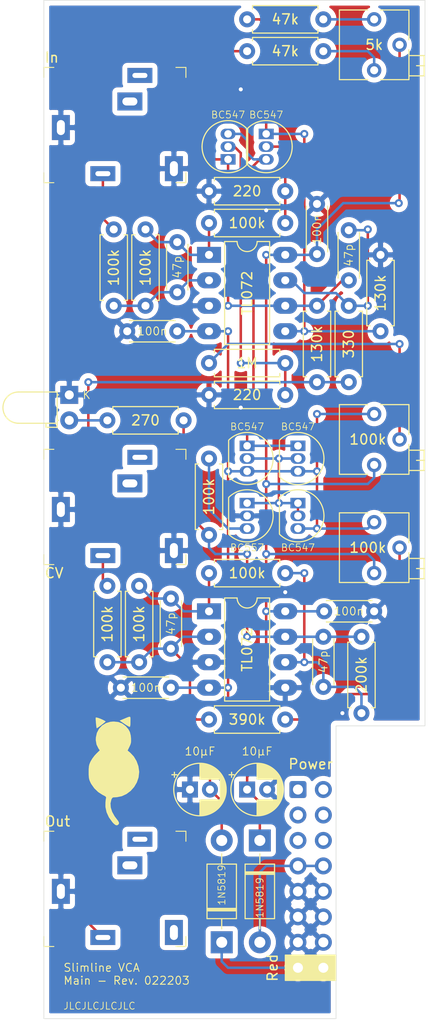
<source format=kicad_pcb>
(kicad_pcb (version 20171130) (host pcbnew "(5.1.10)-1")
  (layers (0 F.Cu signal) (31 B.Cu signal) (34 B.Paste user) (35 F.Paste user) (36 B.SilkS user) (37 F.SilkS user) (38 B.Mask user) (39 F.Mask user) (44 Edge.Cuts user))
  (net 0 "")
  (net 1 "Net-(C1-Pad2)")
  (net 2 "Net-(C1-Pad1)")
  (net 3 "Net-(C2-Pad2)")
  (net 4 "Net-(C2-Pad1)")
  (net 5 "Net-(C3-Pad2)")
  (net 6 "Net-(C3-Pad1)")
  (net 7 "Net-(C4-Pad2)")
  (net 8 "Net-(C4-Pad1)")
  (net 9 GND)
  (net 10 +12V)
  (net 11 -12V)
  (net 12 "Net-(D1-Pad2)")
  (net 13 "Net-(D2-Pad1)")
  (net 14 "Net-(J1-PadT)")
  (net 15 "Net-(J2-PadT)")
  (net 16 "Net-(J3-PadT)")
  (net 17 "Net-(Q1-Pad3)")
  (net 18 "Net-(Q3-Pad2)")
  (net 19 "Net-(R1-Pad2)")
  (net 20 "Net-(R11-Pad1)")
  (net 21 "Net-(R12-Pad1)")
  (net 22 "Net-(R14-Pad1)")
  (net 23 "Net-(D3-Pad2)")
  (net 24 "Net-(Q1-Pad1)")
  (net 25 "Net-(Q3-Pad3)")
  (net 26 "Net-(Q6-Pad2)")
  (net 27 "Net-(Q3-Pad1)")
  (module "CATs_Eurosynth_Specials:CATs Tiny" (layer F.Cu) (at 6.985 76.835)
    (fp_text reference G*** hide)
    (fp_text value LOGO hide)
  )
  (module Resistor_THT:R_Axial_DIN0207_L6.3mm_D2.5mm_P7.62mm_Horizontal (layer F.Cu) (at 16.51 71.755)
    (fp_text reference R1 hide)
    (fp_text value 390k (at 3.81 0) (layer F.SilkS))
    (pad 2 thru_hole oval (at 7.62 0) (size 1.6 1.6) (drill 0.8) (layers *.Cu *.Mask) (net 19 "Net-(R1-Pad2)"))
    (pad 1 thru_hole circle (at 0 0) (size 1.6 1.6) (drill 0.8) (layers *.Cu *.Mask) (net 1 "Net-(C1-Pad2)"))
  )
  (module Resistor_THT:R_Axial_DIN0207_L6.3mm_D2.5mm_P7.62mm_Horizontal (layer F.Cu) (at 27.305 38.1 90)
    (fp_text reference R16 hide)
    (fp_text value 130k (at 3.81 0 90) (layer F.SilkS))
    (pad 2 thru_hole oval (at 7.62 0 90) (size 1.6 1.6) (drill 0.8) (layers *.Cu *.Mask) (net 7 "Net-(C4-Pad2)"))
    (pad 1 thru_hole circle (at 0 0 90) (size 1.6 1.6) (drill 0.8) (layers *.Cu *.Mask) (net 16 "Net-(J3-PadT)"))
  )
  (module Package_DIP:DIP-8_W7.62mm_LongPads (layer F.Cu) (at 16.51 60.96)
    (fp_text reference U2 hide)
    (fp_text value TL072 (at 3.81 3.81 90) (layer F.SilkS))
    (pad 8 thru_hole oval (at 7.62 0) (size 2.4 1.6) (drill 0.8) (layers *.Cu *.Mask) (net 10 +12V))
    (pad 4 thru_hole oval (at 0 7.62) (size 2.4 1.6) (drill 0.8) (layers *.Cu *.Mask) (net 11 -12V))
    (pad 7 thru_hole oval (at 7.62 2.54) (size 2.4 1.6) (drill 0.8) (layers *.Cu *.Mask) (net 4 "Net-(C2-Pad1)"))
    (pad 3 thru_hole oval (at 0 5.08) (size 2.4 1.6) (drill 0.8) (layers *.Cu *.Mask) (net 9 GND))
    (pad 6 thru_hole oval (at 7.62 5.08) (size 2.4 1.6) (drill 0.8) (layers *.Cu *.Mask) (net 3 "Net-(C2-Pad2)"))
    (pad 2 thru_hole oval (at 0 2.54) (size 2.4 1.6) (drill 0.8) (layers *.Cu *.Mask) (net 1 "Net-(C1-Pad2)"))
    (pad 5 thru_hole oval (at 7.62 7.62) (size 2.4 1.6) (drill 0.8) (layers *.Cu *.Mask) (net 9 GND))
    (pad 1 thru_hole rect (at 0 0) (size 2.4 1.6) (drill 0.8) (layers *.Cu *.Mask) (net 2 "Net-(C1-Pad1)"))
  )
  (module Package_DIP:DIP-8_W7.62mm_LongPads (layer F.Cu) (at 16.51 25.4)
    (fp_text reference U1 hide)
    (fp_text value TL072 (at 3.81 3.81 90) (layer F.SilkS))
    (pad 8 thru_hole oval (at 7.62 0) (size 2.4 1.6) (drill 0.8) (layers *.Cu *.Mask) (net 10 +12V))
    (pad 4 thru_hole oval (at 0 7.62) (size 2.4 1.6) (drill 0.8) (layers *.Cu *.Mask) (net 11 -12V))
    (pad 7 thru_hole oval (at 7.62 2.54) (size 2.4 1.6) (drill 0.8) (layers *.Cu *.Mask) (net 8 "Net-(C4-Pad1)"))
    (pad 3 thru_hole oval (at 0 5.08) (size 2.4 1.6) (drill 0.8) (layers *.Cu *.Mask) (net 9 GND))
    (pad 6 thru_hole oval (at 7.62 5.08) (size 2.4 1.6) (drill 0.8) (layers *.Cu *.Mask) (net 7 "Net-(C4-Pad2)"))
    (pad 2 thru_hole oval (at 0 2.54) (size 2.4 1.6) (drill 0.8) (layers *.Cu *.Mask) (net 5 "Net-(C3-Pad2)"))
    (pad 5 thru_hole oval (at 7.62 7.62) (size 2.4 1.6) (drill 0.8) (layers *.Cu *.Mask) (net 27 "Net-(Q3-Pad1)"))
    (pad 1 thru_hole rect (at 0 0) (size 2.4 1.6) (drill 0.8) (layers *.Cu *.Mask) (net 6 "Net-(C3-Pad1)"))
  )
  (module Resistor_THT:R_Axial_DIN0207_L6.3mm_D2.5mm_P7.62mm_Horizontal (layer F.Cu) (at 6.35 41.91)
    (fp_text reference R18 hide)
    (fp_text value 270 (at 3.81 0) (layer F.SilkS))
    (pad 2 thru_hole oval (at 7.62 0) (size 1.6 1.6) (drill 0.8) (layers *.Cu *.Mask) (net 4 "Net-(C2-Pad1)"))
    (pad 1 thru_hole circle (at 0 0) (size 1.6 1.6) (drill 0.8) (layers *.Cu *.Mask) (net 23 "Net-(D3-Pad2)"))
  )
  (module Resistor_THT:R_Axial_DIN0207_L6.3mm_D2.5mm_P7.62mm_Horizontal (layer F.Cu) (at 30.48 38.1 90)
    (fp_text reference R17 hide)
    (fp_text value 330 (at 3.81 0 90) (layer F.SilkS))
    (pad 2 thru_hole oval (at 7.62 0 90) (size 1.6 1.6) (drill 0.8) (layers *.Cu *.Mask) (net 8 "Net-(C4-Pad1)"))
    (pad 1 thru_hole circle (at 0 0 90) (size 1.6 1.6) (drill 0.8) (layers *.Cu *.Mask) (net 16 "Net-(J3-PadT)"))
  )
  (module Resistor_THT:R_Axial_DIN0207_L6.3mm_D2.5mm_P7.62mm_Horizontal (layer F.Cu) (at 33.655 33.02 90)
    (fp_text reference R15 hide)
    (fp_text value 130k (at 3.81 0 90) (layer F.SilkS))
    (pad 2 thru_hole oval (at 7.62 0 90) (size 1.6 1.6) (drill 0.8) (layers *.Cu *.Mask) (net 9 GND))
    (pad 1 thru_hole circle (at 0 0 90) (size 1.6 1.6) (drill 0.8) (layers *.Cu *.Mask) (net 27 "Net-(Q3-Pad1)"))
  )
  (module Resistor_THT:R_Axial_DIN0207_L6.3mm_D2.5mm_P7.62mm_Horizontal (layer F.Cu) (at 16.51 36.195)
    (fp_text reference R14 hide)
    (fp_text value 1M (at 3.81 0) (layer F.SilkS))
    (pad 2 thru_hole oval (at 7.62 0) (size 1.6 1.6) (drill 0.8) (layers *.Cu *.Mask) (net 26 "Net-(Q6-Pad2)"))
    (pad 1 thru_hole circle (at 0 0) (size 1.6 1.6) (drill 0.8) (layers *.Cu *.Mask) (net 22 "Net-(R14-Pad1)"))
  )
  (module Resistor_THT:R_Axial_DIN0207_L6.3mm_D2.5mm_P7.62mm_Horizontal (layer F.Cu) (at 24.13 39.37 180)
    (fp_text reference R13 hide)
    (fp_text value 220 (at 3.81 0) (layer F.SilkS))
    (pad 2 thru_hole oval (at 7.62 0 180) (size 1.6 1.6) (drill 0.8) (layers *.Cu *.Mask) (net 9 GND))
    (pad 1 thru_hole circle (at 0 0 180) (size 1.6 1.6) (drill 0.8) (layers *.Cu *.Mask) (net 26 "Net-(Q6-Pad2)"))
  )
  (module Resistor_THT:R_Axial_DIN0207_L6.3mm_D2.5mm_P7.62mm_Horizontal (layer F.Cu) (at 27.94 5.08 180)
    (fp_text reference R12 hide)
    (fp_text value 47k (at 3.81 0) (layer F.SilkS))
    (pad 2 thru_hole oval (at 7.62 0 180) (size 1.6 1.6) (drill 0.8) (layers *.Cu *.Mask) (net 7 "Net-(C4-Pad2)"))
    (pad 1 thru_hole circle (at 0 0 180) (size 1.6 1.6) (drill 0.8) (layers *.Cu *.Mask) (net 21 "Net-(R12-Pad1)"))
  )
  (module Resistor_THT:R_Axial_DIN0207_L6.3mm_D2.5mm_P7.62mm_Horizontal (layer F.Cu) (at 27.94 1.905 180)
    (fp_text reference R11 hide)
    (fp_text value 47k (at 3.81 0) (layer F.SilkS))
    (pad 2 thru_hole oval (at 7.62 0 180) (size 1.6 1.6) (drill 0.8) (layers *.Cu *.Mask) (net 27 "Net-(Q3-Pad1)"))
    (pad 1 thru_hole circle (at 0 0 180) (size 1.6 1.6) (drill 0.8) (layers *.Cu *.Mask) (net 20 "Net-(R11-Pad1)"))
  )
  (module Resistor_THT:R_Axial_DIN0207_L6.3mm_D2.5mm_P7.62mm_Horizontal (layer F.Cu) (at 24.13 19.05 180)
    (fp_text reference R10 hide)
    (fp_text value 220 (at 3.81 0) (layer F.SilkS))
    (pad 2 thru_hole oval (at 7.62 0 180) (size 1.6 1.6) (drill 0.8) (layers *.Cu *.Mask) (net 9 GND))
    (pad 1 thru_hole circle (at 0 0 180) (size 1.6 1.6) (drill 0.8) (layers *.Cu *.Mask) (net 18 "Net-(Q3-Pad2)"))
  )
  (module Resistor_THT:R_Axial_DIN0207_L6.3mm_D2.5mm_P7.62mm_Horizontal (layer F.Cu) (at 24.13 22.225 180)
    (fp_text reference R9 hide)
    (fp_text value 100k (at 3.81 0) (layer F.SilkS))
    (pad 2 thru_hole oval (at 7.62 0 180) (size 1.6 1.6) (drill 0.8) (layers *.Cu *.Mask) (net 6 "Net-(C3-Pad1)"))
    (pad 1 thru_hole circle (at 0 0 180) (size 1.6 1.6) (drill 0.8) (layers *.Cu *.Mask) (net 18 "Net-(Q3-Pad2)"))
  )
  (module Resistor_THT:R_Axial_DIN0207_L6.3mm_D2.5mm_P7.62mm_Horizontal (layer F.Cu) (at 10.16 22.86 270)
    (fp_text reference R8 hide)
    (fp_text value 100k (at 3.81 0 90) (layer F.SilkS))
    (pad 2 thru_hole oval (at 7.62 0 270) (size 1.6 1.6) (drill 0.8) (layers *.Cu *.Mask) (net 5 "Net-(C3-Pad2)"))
    (pad 1 thru_hole circle (at 0 0 270) (size 1.6 1.6) (drill 0.8) (layers *.Cu *.Mask) (net 6 "Net-(C3-Pad1)"))
  )
  (module Resistor_THT:R_Axial_DIN0207_L6.3mm_D2.5mm_P7.62mm_Horizontal (layer F.Cu) (at 6.985 30.48 90)
    (fp_text reference R7 hide)
    (fp_text value 100k (at 3.81 0 90) (layer F.SilkS))
    (pad 2 thru_hole oval (at 7.62 0 90) (size 1.6 1.6) (drill 0.8) (layers *.Cu *.Mask) (net 15 "Net-(J2-PadT)"))
    (pad 1 thru_hole circle (at 0 0 90) (size 1.6 1.6) (drill 0.8) (layers *.Cu *.Mask) (net 5 "Net-(C3-Pad2)"))
  )
  (module Resistor_THT:R_Axial_DIN0207_L6.3mm_D2.5mm_P7.62mm_Horizontal (layer F.Cu) (at 16.51 45.72 270)
    (fp_text reference R6 hide)
    (fp_text value 100k (at 3.81 0 90) (layer F.SilkS))
    (pad 2 thru_hole oval (at 7.62 0 270) (size 1.6 1.6) (drill 0.8) (layers *.Cu *.Mask) (net 4 "Net-(C2-Pad1)"))
    (pad 1 thru_hole circle (at 0 0 270) (size 1.6 1.6) (drill 0.8) (layers *.Cu *.Mask) (net 17 "Net-(Q1-Pad3)"))
  )
  (module Resistor_THT:R_Axial_DIN0207_L6.3mm_D2.5mm_P7.62mm_Horizontal (layer F.Cu) (at 31.75 63.5 270)
    (fp_text reference R5 hide)
    (fp_text value 200k (at 3.81 0 90) (layer F.SilkS))
    (pad 2 thru_hole oval (at 7.62 0 270) (size 1.6 1.6) (drill 0.8) (layers *.Cu *.Mask) (net 3 "Net-(C2-Pad2)"))
    (pad 1 thru_hole circle (at 0 0 270) (size 1.6 1.6) (drill 0.8) (layers *.Cu *.Mask) (net 4 "Net-(C2-Pad1)"))
  )
  (module Resistor_THT:R_Axial_DIN0207_L6.3mm_D2.5mm_P7.62mm_Horizontal (layer F.Cu) (at 24.13 57.15 180)
    (fp_text reference R4 hide)
    (fp_text value 100k (at 3.81 0) (layer F.SilkS))
    (pad 2 thru_hole oval (at 7.62 0 180) (size 1.6 1.6) (drill 0.8) (layers *.Cu *.Mask) (net 2 "Net-(C1-Pad1)"))
    (pad 1 thru_hole circle (at 0 0 180) (size 1.6 1.6) (drill 0.8) (layers *.Cu *.Mask) (net 3 "Net-(C2-Pad2)"))
  )
  (module Resistor_THT:R_Axial_DIN0207_L6.3mm_D2.5mm_P7.62mm_Horizontal (layer F.Cu) (at 9.525 58.42 270)
    (fp_text reference R3 hide)
    (fp_text value 100k (at 3.81 0 90) (layer F.SilkS))
    (pad 2 thru_hole oval (at 7.62 0 270) (size 1.6 1.6) (drill 0.8) (layers *.Cu *.Mask) (net 1 "Net-(C1-Pad2)"))
    (pad 1 thru_hole circle (at 0 0 270) (size 1.6 1.6) (drill 0.8) (layers *.Cu *.Mask) (net 2 "Net-(C1-Pad1)"))
  )
  (module Resistor_THT:R_Axial_DIN0207_L6.3mm_D2.5mm_P7.62mm_Horizontal (layer F.Cu) (at 6.35 66.04 90)
    (fp_text reference R2 hide)
    (fp_text value 100k (at 3.81 0 90) (layer F.SilkS))
    (pad 2 thru_hole oval (at 7.62 0 90) (size 1.6 1.6) (drill 0.8) (layers *.Cu *.Mask) (net 14 "Net-(J1-PadT)"))
    (pad 1 thru_hole circle (at 0 0 90) (size 1.6 1.6) (drill 0.8) (layers *.Cu *.Mask) (net 1 "Net-(C1-Pad2)"))
  )
  (module Package_TO_SOT_THT:TO-92_Inline (layer F.Cu) (at 18.415 15.875 90)
    (fp_text reference Q6 hide)
    (fp_text value BC547 (at 4.445 0 180) (layer F.SilkS) (effects (font (size 0.7 0.7) (thickness 0.08))))
    (pad 1 thru_hole rect (at 0 0 90) (size 1.05 1.5) (drill 0.75) (layers *.Cu *.Mask) (net 7 "Net-(C4-Pad2)"))
    (pad 3 thru_hole oval (at 2.54 0 90) (size 1.05 1.5) (drill 0.75) (layers *.Cu *.Mask) (net 25 "Net-(Q3-Pad3)"))
    (pad 2 thru_hole oval (at 1.27 0 90) (size 1.05 1.5) (drill 0.75) (layers *.Cu *.Mask) (net 26 "Net-(Q6-Pad2)"))
  )
  (module Package_TO_SOT_THT:TO-92_Inline (layer F.Cu) (at 25.4 44.45 270)
    (fp_text reference Q5 hide)
    (fp_text value BC547 (at -1.905 0 180) (layer F.SilkS) (effects (font (size 0.7 0.7) (thickness 0.08))))
    (pad 1 thru_hole rect (at 0 0 270) (size 1.05 1.5) (drill 0.75) (layers *.Cu *.Mask) (net 25 "Net-(Q3-Pad3)"))
    (pad 3 thru_hole oval (at 2.54 0 270) (size 1.05 1.5) (drill 0.75) (layers *.Cu *.Mask) (net 11 -12V))
    (pad 2 thru_hole oval (at 1.27 0 270) (size 1.05 1.5) (drill 0.75) (layers *.Cu *.Mask) (net 24 "Net-(Q1-Pad1)"))
  )
  (module Package_TO_SOT_THT:TO-92_Inline (layer F.Cu) (at 20.32 44.45 270)
    (fp_text reference Q4 hide)
    (fp_text value BC547 (at -1.905 0 180) (layer F.SilkS) (effects (font (size 0.7 0.7) (thickness 0.08))))
    (pad 1 thru_hole rect (at 0 0 270) (size 1.05 1.5) (drill 0.75) (layers *.Cu *.Mask) (net 25 "Net-(Q3-Pad3)"))
    (pad 3 thru_hole oval (at 2.54 0 270) (size 1.05 1.5) (drill 0.75) (layers *.Cu *.Mask) (net 11 -12V))
    (pad 2 thru_hole oval (at 1.27 0 270) (size 1.05 1.5) (drill 0.75) (layers *.Cu *.Mask) (net 24 "Net-(Q1-Pad1)"))
  )
  (module Package_TO_SOT_THT:TO-92_Inline (layer F.Cu) (at 22.225 13.335 270)
    (fp_text reference Q3 hide)
    (fp_text value BC547 (at -1.905 0 180) (layer F.SilkS) (effects (font (size 0.7 0.7) (thickness 0.08))))
    (pad 1 thru_hole rect (at 0 0 270) (size 1.05 1.5) (drill 0.75) (layers *.Cu *.Mask) (net 27 "Net-(Q3-Pad1)"))
    (pad 3 thru_hole oval (at 2.54 0 270) (size 1.05 1.5) (drill 0.75) (layers *.Cu *.Mask) (net 25 "Net-(Q3-Pad3)"))
    (pad 2 thru_hole oval (at 1.27 0 270) (size 1.05 1.5) (drill 0.75) (layers *.Cu *.Mask) (net 18 "Net-(Q3-Pad2)"))
  )
  (module Package_TO_SOT_THT:TO-92_Inline (layer F.Cu) (at 25.4 50.165 270)
    (fp_text reference Q2 hide)
    (fp_text value BC547 (at 4.445 0 180) (layer F.SilkS) (effects (font (size 0.7 0.7) (thickness 0.08))))
    (pad 1 thru_hole rect (at 0 0 270) (size 1.05 1.5) (drill 0.75) (layers *.Cu *.Mask) (net 24 "Net-(Q1-Pad1)"))
    (pad 3 thru_hole oval (at 2.54 0 270) (size 1.05 1.5) (drill 0.75) (layers *.Cu *.Mask) (net 11 -12V))
    (pad 2 thru_hole oval (at 1.27 0 270) (size 1.05 1.5) (drill 0.75) (layers *.Cu *.Mask) (net 24 "Net-(Q1-Pad1)"))
  )
  (module Package_TO_SOT_THT:TO-92_Inline (layer F.Cu) (at 20.32 50.165 270)
    (fp_text reference Q1 hide)
    (fp_text value BC557 (at 4.445 0 180) (layer F.SilkS) (effects (font (size 0.7 0.7) (thickness 0.08))))
    (pad 1 thru_hole rect (at 0 0 270) (size 1.05 1.5) (drill 0.75) (layers *.Cu *.Mask) (net 24 "Net-(Q1-Pad1)"))
    (pad 3 thru_hole oval (at 2.54 0 270) (size 1.05 1.5) (drill 0.75) (layers *.Cu *.Mask) (net 17 "Net-(Q1-Pad3)"))
    (pad 2 thru_hole oval (at 1.27 0 270) (size 1.05 1.5) (drill 0.75) (layers *.Cu *.Mask) (net 9 GND))
  )
  (module Diode_THT:D_DO-41_SOD81_P10.16mm_Horizontal (layer F.Cu) (at 17.78 93.98 90)
    (fp_text reference D2 hide)
    (fp_text value 1N5819 (at 5.715 0 90) (layer F.SilkS) (effects (font (size 0.7 0.7) (thickness 0.08))))
    (pad 2 thru_hole oval (at 10.16 0 90) (size 2.2 2.2) (drill 1.1) (layers *.Cu *.Mask) (net 11 -12V))
    (pad 1 thru_hole rect (at 0 0 90) (size 2.2 2.2) (drill 1.1) (layers *.Cu *.Mask) (net 13 "Net-(D2-Pad1)"))
  )
  (module Diode_THT:D_DO-41_SOD81_P10.16mm_Horizontal (layer F.Cu) (at 21.59 83.82 270)
    (fp_text reference D1 hide)
    (fp_text value 1N5819 (at 5.715 0 90) (layer F.SilkS) (effects (font (size 0.7 0.7) (thickness 0.08))))
    (pad 2 thru_hole oval (at 10.16 0 270) (size 2.2 2.2) (drill 1.1) (layers *.Cu *.Mask) (net 12 "Net-(D1-Pad2)"))
    (pad 1 thru_hole rect (at 0 0 270) (size 2.2 2.2) (drill 1.1) (layers *.Cu *.Mask) (net 10 +12V))
  )
  (module Capacitor_THT:C_Disc_D4.3mm_W1.9mm_P5.00mm (layer F.Cu) (at 12.7 68.58 180)
    (fp_text reference C10 hide)
    (fp_text value 100n (at 2.5 0) (layer F.SilkS) (effects (font (size 0.8 0.8) (thickness 0.1))))
    (pad 2 thru_hole circle (at 5 0 180) (size 1.6 1.6) (drill 0.8) (layers *.Cu *.Mask) (net 9 GND))
    (pad 1 thru_hole circle (at 0 0 180) (size 1.6 1.6) (drill 0.8) (layers *.Cu *.Mask) (net 11 -12V))
  )
  (module Capacitor_THT:C_Disc_D4.3mm_W1.9mm_P5.00mm (layer F.Cu) (at 33.02 60.96 180)
    (fp_text reference C9 hide)
    (fp_text value 100n (at 2.54 0) (layer F.SilkS) (effects (font (size 0.8 0.8) (thickness 0.1))))
    (pad 2 thru_hole circle (at 5 0 180) (size 1.6 1.6) (drill 0.8) (layers *.Cu *.Mask) (net 10 +12V))
    (pad 1 thru_hole circle (at 0 0 180) (size 1.6 1.6) (drill 0.8) (layers *.Cu *.Mask) (net 9 GND))
  )
  (module Capacitor_THT:C_Disc_D4.3mm_W1.9mm_P5.00mm (layer F.Cu) (at 13.335 33.02 180)
    (fp_text reference C8 hide)
    (fp_text value 100n (at 2.5 0) (layer F.SilkS) (effects (font (size 0.8 0.8) (thickness 0.1))))
    (pad 2 thru_hole circle (at 5 0 180) (size 1.6 1.6) (drill 0.8) (layers *.Cu *.Mask) (net 9 GND))
    (pad 1 thru_hole circle (at 0 0 180) (size 1.6 1.6) (drill 0.8) (layers *.Cu *.Mask) (net 11 -12V))
  )
  (module Capacitor_THT:C_Disc_D4.3mm_W1.9mm_P5.00mm (layer F.Cu) (at 27.305 20.32 270)
    (fp_text reference C7 hide)
    (fp_text value 100n (at 2.54 0 90) (layer F.SilkS) (effects (font (size 0.8 0.8) (thickness 0.1))))
    (pad 2 thru_hole circle (at 5 0 270) (size 1.6 1.6) (drill 0.8) (layers *.Cu *.Mask) (net 10 +12V))
    (pad 1 thru_hole circle (at 0 0 270) (size 1.6 1.6) (drill 0.8) (layers *.Cu *.Mask) (net 9 GND))
  )
  (module Capacitor_THT:CP_Radial_D5.0mm_P2.00mm (layer F.Cu) (at 14.605 78.74)
    (fp_text reference C6 hide)
    (fp_text value 10µF (at 1 -3.81) (layer F.SilkS) (effects (font (size 0.8 0.8) (thickness 0.1))))
    (pad 2 thru_hole circle (at 2 0) (size 1.6 1.6) (drill 0.8) (layers *.Cu *.Mask) (net 11 -12V))
    (pad 1 thru_hole rect (at 0 0) (size 1.6 1.6) (drill 0.8) (layers *.Cu *.Mask) (net 9 GND))
  )
  (module Capacitor_THT:CP_Radial_D5.0mm_P2.00mm (layer F.Cu) (at 20.32 78.74)
    (fp_text reference C5 hide)
    (fp_text value 10µF (at 1 -3.81) (layer F.SilkS) (effects (font (size 0.8 0.8) (thickness 0.1))))
    (pad 2 thru_hole circle (at 2 0) (size 1.6 1.6) (drill 0.8) (layers *.Cu *.Mask) (net 9 GND))
    (pad 1 thru_hole rect (at 0 0) (size 1.6 1.6) (drill 0.8) (layers *.Cu *.Mask) (net 10 +12V))
  )
  (module Capacitor_THT:C_Disc_D4.3mm_W1.9mm_P5.00mm (layer F.Cu) (at 30.48 22.94 270)
    (fp_text reference C4 hide)
    (fp_text value 47p (at 2.5 0 90) (layer F.SilkS) (effects (font (size 0.8 0.8) (thickness 0.1))))
    (pad 2 thru_hole circle (at 5 0 270) (size 1.6 1.6) (drill 0.8) (layers *.Cu *.Mask) (net 7 "Net-(C4-Pad2)"))
    (pad 1 thru_hole circle (at 0 0 270) (size 1.6 1.6) (drill 0.8) (layers *.Cu *.Mask) (net 8 "Net-(C4-Pad1)"))
  )
  (module Capacitor_THT:C_Disc_D4.3mm_W1.9mm_P5.00mm (layer F.Cu) (at 13.335 24.13 270)
    (fp_text reference C3 hide)
    (fp_text value 47p (at 2.5 0 90) (layer F.SilkS) (effects (font (size 0.8 0.8) (thickness 0.1))))
    (pad 2 thru_hole circle (at 5 0 270) (size 1.6 1.6) (drill 0.8) (layers *.Cu *.Mask) (net 5 "Net-(C3-Pad2)"))
    (pad 1 thru_hole circle (at 0 0 270) (size 1.6 1.6) (drill 0.8) (layers *.Cu *.Mask) (net 6 "Net-(C3-Pad1)"))
  )
  (module Capacitor_THT:C_Disc_D4.3mm_W1.9mm_P5.00mm (layer F.Cu) (at 27.94 63.5 270)
    (fp_text reference C2 hide)
    (fp_text value 47p (at 2.5 0 90) (layer F.SilkS) (effects (font (size 0.8 0.8) (thickness 0.1))))
    (pad 2 thru_hole circle (at 5 0 270) (size 1.6 1.6) (drill 0.8) (layers *.Cu *.Mask) (net 3 "Net-(C2-Pad2)"))
    (pad 1 thru_hole circle (at 0 0 270) (size 1.6 1.6) (drill 0.8) (layers *.Cu *.Mask) (net 4 "Net-(C2-Pad1)"))
  )
  (module Capacitor_THT:C_Disc_D4.3mm_W1.9mm_P5.00mm (layer F.Cu) (at 12.7 59.69 270)
    (fp_text reference C1 hide)
    (fp_text value 47p (at 2.5 0 90) (layer F.SilkS) (effects (font (size 0.8 0.8) (thickness 0.1))))
    (pad 2 thru_hole circle (at 5 0 270) (size 1.6 1.6) (drill 0.8) (layers *.Cu *.Mask) (net 1 "Net-(C1-Pad2)"))
    (pad 1 thru_hole circle (at 0 0 270) (size 1.6 1.6) (drill 0.8) (layers *.Cu *.Mask) (net 2 "Net-(C1-Pad1)"))
  )
  (module LED_THT:LED_D3.0mm_Horizontal_O1.27mm_Z2.0mm (layer F.Cu) (at 2.54 39.37 270)
    (fp_text reference D3 hide)
    (fp_text value LED hide)
    (pad 2 thru_hole circle (at 2.54 0 270) (size 1.8 1.8) (drill 0.9) (layers *.Cu *.Mask) (net 23 "Net-(D3-Pad2)"))
    (pad 1 thru_hole rect (at 0 0 270) (size 1.8 1.8) (drill 0.9) (layers *.Cu *.Mask) (net 9 GND))
  )
  (module Potentiometer_THT:Potentiometer_Bourns_3266P_Horizontal (layer F.Cu) (at 33.02 46.355 180)
    (fp_text reference RV3 hide)
    (fp_text value 100k (at 0.635 2.54) (layer F.SilkS))
    (pad 3 thru_hole circle (at 0 5.08 180) (size 1.44 1.44) (drill 0.8) (layers *.Cu *.Mask) (net 11 -12V))
    (pad 2 thru_hole circle (at -2.54 2.54 180) (size 1.44 1.44) (drill 0.8) (layers *.Cu *.Mask) (net 22 "Net-(R14-Pad1)"))
    (pad 1 thru_hole circle (at 0 0 180) (size 1.44 1.44) (drill 0.8) (layers *.Cu *.Mask) (net 10 +12V))
  )
  (module Potentiometer_THT:Potentiometer_Bourns_3266P_Horizontal (layer F.Cu) (at 33.02 6.985 180)
    (fp_text reference RV2 hide)
    (fp_text value 5k (at 0 2.54) (layer F.SilkS))
    (pad 3 thru_hole circle (at 0 5.08 180) (size 1.44 1.44) (drill 0.8) (layers *.Cu *.Mask) (net 20 "Net-(R11-Pad1)"))
    (pad 2 thru_hole circle (at -2.54 2.54 180) (size 1.44 1.44) (drill 0.8) (layers *.Cu *.Mask) (net 10 +12V))
    (pad 1 thru_hole circle (at 0 0 180) (size 1.44 1.44) (drill 0.8) (layers *.Cu *.Mask) (net 21 "Net-(R12-Pad1)"))
  )
  (module Potentiometer_THT:Potentiometer_Bourns_3266P_Horizontal (layer F.Cu) (at 33.02 57.15 180)
    (fp_text reference RV1 hide)
    (fp_text value 100k (at 0.635 2.54) (layer F.SilkS))
    (pad 3 thru_hole circle (at 0 5.08 180) (size 1.44 1.44) (drill 0.8) (layers *.Cu *.Mask) (net 11 -12V))
    (pad 2 thru_hole circle (at -2.54 2.54 180) (size 1.44 1.44) (drill 0.8) (layers *.Cu *.Mask) (net 19 "Net-(R1-Pad2)"))
    (pad 1 thru_hole circle (at 0 0 180) (size 1.44 1.44) (drill 0.8) (layers *.Cu *.Mask) (net 10 +12V))
  )
  (module CATs_Eurosynth_Specials:Power_2x8_Horizontal (layer F.Cu) (at 25.4 78.74)
    (fp_text reference J4 hide)
    (fp_text value Power hide)
    (fp_text user Red (at -2.54 17.78 90) (layer F.SilkS))
    (fp_text user Power (at 1.27 -2.54 180) (layer F.SilkS))
    (pad Gate thru_hole roundrect (at 0 0) (size 1.7 1.7) (drill 1) (layers *.Cu *.Mask) (roundrect_rratio 0.147))
    (pad CV thru_hole circle (at 0 2.54) (size 1.7 1.7) (drill 1) (layers *.Cu *.Mask))
    (pad +5V thru_hole circle (at 0 5.08) (size 1.7 1.7) (drill 1) (layers *.Cu *.Mask))
    (pad +12V thru_hole circle (at 0 7.62) (size 1.7 1.7) (drill 1) (layers *.Cu *.Mask) (net 12 "Net-(D1-Pad2)"))
    (pad GND thru_hole circle (at 0 10.16) (size 1.7 1.7) (drill 1) (layers *.Cu *.Mask) (net 9 GND))
    (pad GND thru_hole circle (at 0 12.7) (size 1.7 1.7) (drill 1) (layers *.Cu *.Mask) (net 9 GND))
    (pad GND thru_hole circle (at 0 15.24) (size 1.7 1.7) (drill 1) (layers *.Cu *.Mask) (net 9 GND))
    (pad -12V thru_hole circle (at 0 17.78) (size 1.7 1.7) (drill 1) (layers *.Cu *.Mask) (net 13 "Net-(D2-Pad1)"))
    (pad Gate thru_hole circle (at 2.54 0) (size 1.7 1.7) (drill 1) (layers *.Cu *.Mask))
    (pad CV thru_hole circle (at 2.54 2.54) (size 1.7 1.7) (drill 1) (layers *.Cu *.Mask))
    (pad +5V thru_hole circle (at 2.54 5.08) (size 1.7 1.7) (drill 1) (layers *.Cu *.Mask))
    (pad +12V thru_hole circle (at 2.54 7.62) (size 1.7 1.7) (drill 1) (layers *.Cu *.Mask) (net 12 "Net-(D1-Pad2)"))
    (pad GND thru_hole circle (at 2.54 10.16) (size 1.7 1.7) (drill 1) (layers *.Cu *.Mask) (net 9 GND))
    (pad GND thru_hole circle (at 2.54 12.7) (size 1.7 1.7) (drill 1) (layers *.Cu *.Mask) (net 9 GND))
    (pad GND thru_hole circle (at 2.54 15.24) (size 1.7 1.7) (drill 1) (layers *.Cu *.Mask) (net 9 GND))
    (pad -12V thru_hole circle (at 2.54 17.78) (size 1.7 1.7) (drill 1) (layers *.Cu *.Mask) (net 13 "Net-(D2-Pad1)"))
  )
  (module Connector_Audio_QingPu:Jack_3.5mm_QingPu_WQP-PJ324M (layer F.Cu) (at 0 88.9)
    (fp_text reference J3 hide)
    (fp_text value Out (at 0 -6.985) (layer F.SilkS) (effects (justify left)))
    (pad T thru_hole rect (at 5.9 4.6) (size 2.5 1.5) (drill oval 1.5 0.5) (layers *.Cu *.Mask) (net 16 "Net-(J3-PadT)"))
    (pad R thru_hole rect (at 9.6 -5.2) (size 2.5 1.5) (drill oval 1.5 0.5) (layers *.Cu *.Mask))
    (pad TN thru_hole rect (at 13 4.1) (size 1.8 2.5) (drill oval 0.8 1.5) (layers *.Cu *.Mask))
    (pad RN thru_hole rect (at 8.6 -2.6) (size 2.5 1.8) (drill oval 1.5 0.8) (layers *.Cu *.Mask))
    (pad S thru_hole rect (at 1.7 0) (size 1.8 2.5) (drill oval 0.8 1.5) (layers *.Cu *.Mask) (net 9 GND))
  )
  (module Connector_Audio_QingPu:Jack_3.5mm_QingPu_WQP-PJ324M (layer F.Cu) (at 0 12.7)
    (fp_text reference J2 hide)
    (fp_text value In (at 0 -6.985) (layer F.SilkS) (effects (justify left)))
    (pad T thru_hole rect (at 5.9 4.6) (size 2.5 1.5) (drill oval 1.5 0.5) (layers *.Cu *.Mask) (net 15 "Net-(J2-PadT)"))
    (pad R thru_hole rect (at 9.6 -5.2) (size 2.5 1.5) (drill oval 1.5 0.5) (layers *.Cu *.Mask))
    (pad TN thru_hole rect (at 13 4.1) (size 1.8 2.5) (drill oval 0.8 1.5) (layers *.Cu *.Mask) (net 9 GND))
    (pad RN thru_hole rect (at 8.6 -2.6) (size 2.5 1.8) (drill oval 1.5 0.8) (layers *.Cu *.Mask))
    (pad S thru_hole rect (at 1.7 0) (size 1.8 2.5) (drill oval 0.8 1.5) (layers *.Cu *.Mask) (net 9 GND))
  )
  (module Connector_Audio_QingPu:Jack_3.5mm_QingPu_WQP-PJ324M (layer F.Cu) (at 0 50.8)
    (fp_text reference J1 hide)
    (fp_text value CV (at 0 6.35) (layer F.SilkS) (effects (justify left)))
    (pad T thru_hole rect (at 5.9 4.6) (size 2.5 1.5) (drill oval 1.5 0.5) (layers *.Cu *.Mask) (net 14 "Net-(J1-PadT)"))
    (pad R thru_hole rect (at 9.6 -5.2) (size 2.5 1.5) (drill oval 1.5 0.5) (layers *.Cu *.Mask))
    (pad TN thru_hole rect (at 13 4.1) (size 1.8 2.5) (drill oval 0.8 1.5) (layers *.Cu *.Mask) (net 9 GND))
    (pad RN thru_hole rect (at 8.6 -2.6) (size 2.5 1.8) (drill oval 1.5 0.8) (layers *.Cu *.Mask))
    (pad S thru_hole rect (at 1.7 0) (size 1.8 2.5) (drill oval 0.8 1.5) (layers *.Cu *.Mask) (net 9 GND))
  )
  (gr_text K (at 3.81 39.37) (layer F.SilkS) (effects (font (size 0.8 0.8) (thickness 0.1)) (justify left)))
  (gr_text JLCJLCJLCJLC (at 1.905 100.33) (layer F.SilkS) (effects (font (size 0.7 0.7) (thickness 0.08)) (justify left)))
  (gr_text "Slimline VCA\nMain - Rev. 022203" (at 1.905 97.155) (layer F.SilkS) (effects (font (size 0.8 0.8) (thickness 0.1)) (justify left)))
  (gr_line (start 29.21 72.39) (end 38.1 72.39) (layer Edge.Cuts) (width 0.05))
  (gr_line (start 29.21 101.6) (end 29.21 72.39) (layer Edge.Cuts) (width 0.05))
  (gr_line (start 0 101.6) (end 0 0) (layer Edge.Cuts) (width 0.05))
  (gr_line (start 29.21 101.6) (end 0 101.6) (layer Edge.Cuts) (width 0.05))
  (gr_line (start 38.1 0) (end 38.1 72.39) (layer Edge.Cuts) (width 0.05))
  (gr_line (start 0 0) (end 38.1 0) (layer Edge.Cuts) (width 0.05))
  (segment (start 13.89 63.5) (end 12.7 64.69) (width 0.25) (layer B.Cu) (net 1))
  (segment (start 16.51 63.5) (end 13.89 63.5) (width 0.25) (layer B.Cu) (net 1))
  (segment (start 14.605 66.595) (end 12.7 64.69) (width 0.25) (layer F.Cu) (net 1))
  (segment (start 14.605 71.12) (end 14.605 66.595) (width 0.25) (layer F.Cu) (net 1))
  (segment (start 16.51 71.755) (end 15.24 71.755) (width 0.25) (layer F.Cu) (net 1))
  (segment (start 15.24 71.755) (end 14.605 71.12) (width 0.25) (layer F.Cu) (net 1))
  (segment (start 10.875 64.69) (end 9.525 66.04) (width 0.25) (layer B.Cu) (net 1))
  (segment (start 12.7 64.69) (end 10.875 64.69) (width 0.25) (layer B.Cu) (net 1))
  (segment (start 6.35 66.04) (end 9.525 66.04) (width 0.25) (layer B.Cu) (net 1))
  (segment (start 13.97 60.96) (end 12.7 59.69) (width 0.25) (layer B.Cu) (net 2))
  (segment (start 16.51 60.96) (end 13.97 60.96) (width 0.25) (layer B.Cu) (net 2))
  (segment (start 16.51 60.96) (end 16.51 57.15) (width 0.25) (layer F.Cu) (net 2))
  (segment (start 10.795 59.69) (end 9.525 58.42) (width 0.25) (layer B.Cu) (net 2))
  (segment (start 12.7 59.69) (end 10.795 59.69) (width 0.25) (layer B.Cu) (net 2))
  (segment (start 24.13 66.04) (end 26.035 66.04) (width 0.25) (layer B.Cu) (net 3))
  (segment (start 27.94 66.675) (end 27.94 68.5) (width 0.25) (layer B.Cu) (net 3))
  (segment (start 27.305 66.04) (end 27.94 66.675) (width 0.25) (layer B.Cu) (net 3))
  (segment (start 27.94 68.5) (end 31.035 68.5) (width 0.25) (layer B.Cu) (net 3))
  (segment (start 31.75 69.215) (end 31.75 71.12) (width 0.25) (layer B.Cu) (net 3))
  (segment (start 31.035 68.5) (end 31.75 69.215) (width 0.25) (layer B.Cu) (net 3))
  (segment (start 26.035 66.04) (end 27.305 66.04) (width 0.25) (layer B.Cu) (net 3))
  (via (at 26.035 66.04) (size 0.8) (drill 0.4) (layers F.Cu B.Cu) (net 3))
  (segment (start 26.035 66.04) (end 26.035 57.15) (width 0.25) (layer F.Cu) (net 3))
  (segment (start 26.035 57.15) (end 26.035 57.15) (width 0.25) (layer F.Cu) (net 3))
  (via (at 26.035 57.15) (size 0.8) (drill 0.4) (layers F.Cu B.Cu) (net 3))
  (segment (start 26.035 57.15) (end 24.13 57.15) (width 0.25) (layer B.Cu) (net 3))
  (segment (start 24.13 63.5) (end 27.94 63.5) (width 0.25) (layer B.Cu) (net 4))
  (segment (start 27.94 63.5) (end 31.75 63.5) (width 0.25) (layer B.Cu) (net 4))
  (segment (start 24.13 63.5) (end 20.32 63.5) (width 0.25) (layer B.Cu) (net 4))
  (segment (start 20.32 63.5) (end 20.32 63.5) (width 0.25) (layer B.Cu) (net 4))
  (via (at 20.32 63.5) (size 0.8) (drill 0.4) (layers F.Cu B.Cu) (net 4))
  (segment (start 20.32 63.5) (end 20.32 55.245) (width 0.25) (layer F.Cu) (net 4))
  (segment (start 20.32 55.245) (end 20.32 55.245) (width 0.25) (layer F.Cu) (net 4))
  (via (at 20.32 55.245) (size 0.8) (drill 0.4) (layers F.Cu B.Cu) (net 4))
  (segment (start 20.32 55.245) (end 17.145 55.245) (width 0.25) (layer B.Cu) (net 4))
  (segment (start 16.51 54.61) (end 16.51 53.34) (width 0.25) (layer B.Cu) (net 4))
  (segment (start 17.145 55.245) (end 16.51 54.61) (width 0.25) (layer B.Cu) (net 4))
  (segment (start 13.97 50.8) (end 16.51 53.34) (width 0.25) (layer F.Cu) (net 4))
  (segment (start 13.97 41.91) (end 13.97 50.8) (width 0.25) (layer F.Cu) (net 4))
  (segment (start 6.985 30.48) (end 10.16 30.48) (width 0.25) (layer B.Cu) (net 5))
  (segment (start 11.51 29.13) (end 10.16 30.48) (width 0.25) (layer B.Cu) (net 5))
  (segment (start 13.335 29.13) (end 11.51 29.13) (width 0.25) (layer B.Cu) (net 5))
  (segment (start 14.525 27.94) (end 13.335 29.13) (width 0.25) (layer B.Cu) (net 5))
  (segment (start 16.51 27.94) (end 14.525 27.94) (width 0.25) (layer B.Cu) (net 5))
  (segment (start 11.43 24.13) (end 10.16 22.86) (width 0.25) (layer B.Cu) (net 6))
  (segment (start 13.335 24.13) (end 11.43 24.13) (width 0.25) (layer B.Cu) (net 6))
  (segment (start 14.605 25.4) (end 13.335 24.13) (width 0.25) (layer B.Cu) (net 6))
  (segment (start 16.51 25.4) (end 14.605 25.4) (width 0.25) (layer B.Cu) (net 6))
  (segment (start 16.51 25.4) (end 16.51 22.225) (width 0.25) (layer F.Cu) (net 6))
  (segment (start 24.13 30.48) (end 27.305 30.48) (width 0.25) (layer B.Cu) (net 7))
  (segment (start 18.415 15.875) (end 17.145 15.875) (width 0.25) (layer F.Cu) (net 7))
  (segment (start 17.145 15.875) (end 16.51 15.24) (width 0.25) (layer F.Cu) (net 7))
  (segment (start 16.51 15.24) (end 16.51 5.715) (width 0.25) (layer F.Cu) (net 7))
  (segment (start 17.145 5.08) (end 20.32 5.08) (width 0.25) (layer F.Cu) (net 7))
  (segment (start 16.51 5.715) (end 17.145 5.08) (width 0.25) (layer F.Cu) (net 7))
  (segment (start 29.845 27.94) (end 30.48 27.94) (width 0.25) (layer F.Cu) (net 7))
  (segment (start 27.305 30.48) (end 29.845 27.94) (width 0.25) (layer F.Cu) (net 7))
  (segment (start 24.13 30.48) (end 18.415 30.48) (width 0.25) (layer B.Cu) (net 7))
  (segment (start 18.415 30.48) (end 18.415 30.48) (width 0.25) (layer B.Cu) (net 7))
  (via (at 18.415 30.48) (size 0.8) (drill 0.4) (layers F.Cu B.Cu) (net 7))
  (segment (start 18.415 30.48) (end 18.415 15.875) (width 0.25) (layer F.Cu) (net 7))
  (segment (start 30.48 30.48) (end 32.385 30.48) (width 0.25) (layer B.Cu) (net 8))
  (segment (start 32.385 30.48) (end 32.385 30.48) (width 0.25) (layer B.Cu) (net 8))
  (via (at 32.385 30.48) (size 0.8) (drill 0.4) (layers F.Cu B.Cu) (net 8))
  (segment (start 32.385 30.48) (end 32.385 22.86) (width 0.25) (layer F.Cu) (net 8))
  (segment (start 32.385 22.86) (end 32.385 22.86) (width 0.25) (layer F.Cu) (net 8))
  (via (at 32.385 22.86) (size 0.8) (drill 0.4) (layers F.Cu B.Cu) (net 8))
  (segment (start 32.305 22.94) (end 32.385 22.86) (width 0.25) (layer B.Cu) (net 8))
  (segment (start 30.48 22.94) (end 32.305 22.94) (width 0.25) (layer B.Cu) (net 8))
  (segment (start 24.13 27.94) (end 24.765 27.94) (width 0.25) (layer B.Cu) (net 8))
  (segment (start 24.765 27.94) (end 26.035 29.21) (width 0.25) (layer B.Cu) (net 8))
  (segment (start 29.21 29.21) (end 30.48 30.48) (width 0.25) (layer B.Cu) (net 8))
  (segment (start 26.035 29.21) (end 29.21 29.21) (width 0.25) (layer B.Cu) (net 8))
  (via (at 19.685 8.89) (size 0.8) (drill 0.4) (layers F.Cu B.Cu) (net 9))
  (via (at 22.225 20.955) (size 0.8) (drill 0.4) (layers F.Cu B.Cu) (net 9))
  (via (at 19.685 40.64) (size 0.8) (drill 0.4) (layers F.Cu B.Cu) (net 9))
  (via (at 24.13 59.055) (size 0.8) (drill 0.4) (layers F.Cu B.Cu) (net 9))
  (via (at 29.845 71.12) (size 0.8) (drill 0.4) (layers F.Cu B.Cu) (net 9))
  (segment (start 24.13 60.96) (end 28.02 60.96) (width 0.25) (layer B.Cu) (net 10))
  (segment (start 21.59 80.01) (end 20.32 78.74) (width 0.25) (layer F.Cu) (net 10))
  (segment (start 21.59 83.82) (end 21.59 80.01) (width 0.25) (layer F.Cu) (net 10))
  (segment (start 20.32 78.74) (end 20.32 77.47) (width 0.25) (layer F.Cu) (net 10))
  (segment (start 20.32 77.47) (end 22.225 75.565) (width 0.25) (layer F.Cu) (net 10))
  (segment (start 22.225 75.565) (end 22.225 60.96) (width 0.25) (layer F.Cu) (net 10))
  (via (at 22.225 60.96) (size 0.8) (drill 0.4) (layers F.Cu B.Cu) (net 10))
  (segment (start 22.225 60.96) (end 24.13 60.96) (width 0.25) (layer B.Cu) (net 10))
  (segment (start 22.225 60.96) (end 22.225 55.245) (width 0.25) (layer F.Cu) (net 10))
  (segment (start 22.225 25.4) (end 22.225 25.4) (width 0.25) (layer F.Cu) (net 10))
  (via (at 22.225 25.4) (size 0.8) (drill 0.4) (layers F.Cu B.Cu) (net 10))
  (segment (start 24.13 25.4) (end 22.225 25.4) (width 0.25) (layer B.Cu) (net 10))
  (segment (start 22.225 48.26) (end 22.225 25.4) (width 0.25) (layer F.Cu) (net 10))
  (via (at 22.225 48.26) (size 0.8) (drill 0.4) (layers F.Cu B.Cu) (net 10))
  (segment (start 22.225 48.26) (end 32.385 48.26) (width 0.25) (layer B.Cu) (net 10))
  (segment (start 33.02 47.625) (end 33.02 46.355) (width 0.25) (layer B.Cu) (net 10))
  (segment (start 32.385 48.26) (end 33.02 47.625) (width 0.25) (layer B.Cu) (net 10))
  (segment (start 22.225 55.245) (end 22.225 48.26) (width 0.25) (layer F.Cu) (net 10))
  (via (at 22.225 55.245) (size 0.8) (drill 0.4) (layers F.Cu B.Cu) (net 10))
  (segment (start 22.225 55.245) (end 32.385 55.245) (width 0.25) (layer B.Cu) (net 10))
  (segment (start 33.02 55.88) (end 33.02 57.15) (width 0.25) (layer B.Cu) (net 10))
  (segment (start 32.385 55.245) (end 33.02 55.88) (width 0.25) (layer B.Cu) (net 10))
  (segment (start 35.48 20.24) (end 35.48 20.24) (width 0.25) (layer B.Cu) (net 10))
  (via (at 35.48 20.24) (size 0.8) (drill 0.4) (layers F.Cu B.Cu) (net 10))
  (segment (start 35.56 20.16) (end 35.48 20.24) (width 0.25) (layer F.Cu) (net 10))
  (segment (start 35.56 4.445) (end 35.56 20.16) (width 0.25) (layer F.Cu) (net 10))
  (segment (start 27.225 25.4) (end 27.305 25.32) (width 0.25) (layer B.Cu) (net 10))
  (segment (start 24.13 25.4) (end 27.225 25.4) (width 0.25) (layer B.Cu) (net 10))
  (segment (start 29.925 20.24) (end 35.48 20.24) (width 0.25) (layer B.Cu) (net 10))
  (segment (start 27.305 22.86) (end 29.925 20.24) (width 0.25) (layer B.Cu) (net 10))
  (segment (start 27.305 25.32) (end 27.305 22.86) (width 0.25) (layer B.Cu) (net 10))
  (segment (start 16.51 33.02) (end 13.335 33.02) (width 0.25) (layer B.Cu) (net 11))
  (segment (start 16.51 68.58) (end 12.7 68.58) (width 0.25) (layer B.Cu) (net 11))
  (segment (start 20.32 46.99) (end 25.4 46.99) (width 0.25) (layer B.Cu) (net 11))
  (segment (start 17.78 79.915) (end 16.605 78.74) (width 0.25) (layer F.Cu) (net 11))
  (segment (start 17.78 83.82) (end 17.78 79.915) (width 0.25) (layer F.Cu) (net 11))
  (segment (start 16.605 78.74) (end 16.605 77.375) (width 0.25) (layer F.Cu) (net 11))
  (segment (start 16.605 77.375) (end 18.415 75.565) (width 0.25) (layer F.Cu) (net 11))
  (segment (start 18.415 75.565) (end 18.415 68.58) (width 0.25) (layer F.Cu) (net 11))
  (via (at 18.415 68.58) (size 0.8) (drill 0.4) (layers F.Cu B.Cu) (net 11))
  (segment (start 16.51 68.58) (end 18.415 68.58) (width 0.25) (layer B.Cu) (net 11))
  (segment (start 18.415 68.58) (end 18.415 46.99) (width 0.25) (layer F.Cu) (net 11))
  (segment (start 18.415 46.99) (end 18.415 46.99) (width 0.25) (layer F.Cu) (net 11))
  (via (at 18.415 46.99) (size 0.8) (drill 0.4) (layers F.Cu B.Cu) (net 11))
  (segment (start 18.415 46.99) (end 20.32 46.99) (width 0.25) (layer B.Cu) (net 11))
  (segment (start 25.4 46.99) (end 27.305 46.99) (width 0.25) (layer B.Cu) (net 11))
  (segment (start 25.4 52.705) (end 27.305 52.705) (width 0.25) (layer B.Cu) (net 11))
  (segment (start 27.305 46.99) (end 27.305 46.99) (width 0.25) (layer B.Cu) (net 11))
  (via (at 27.305 46.99) (size 0.8) (drill 0.4) (layers F.Cu B.Cu) (net 11))
  (segment (start 27.305 52.705) (end 27.305 52.705) (width 0.25) (layer B.Cu) (net 11))
  (via (at 27.305 52.705) (size 0.8) (drill 0.4) (layers F.Cu B.Cu) (net 11))
  (segment (start 27.305 46.99) (end 27.305 52.705) (width 0.25) (layer F.Cu) (net 11))
  (segment (start 18.415 46.99) (end 18.415 33.02) (width 0.25) (layer F.Cu) (net 11))
  (segment (start 18.415 33.02) (end 18.415 33.02) (width 0.25) (layer F.Cu) (net 11))
  (via (at 18.415 33.02) (size 0.8) (drill 0.4) (layers F.Cu B.Cu) (net 11))
  (segment (start 16.51 33.02) (end 18.415 33.02) (width 0.25) (layer B.Cu) (net 11))
  (segment (start 32.385 52.705) (end 33.02 52.07) (width 0.25) (layer B.Cu) (net 11))
  (segment (start 27.305 52.705) (end 32.385 52.705) (width 0.25) (layer B.Cu) (net 11))
  (segment (start 27.305 46.99) (end 27.305 41.275) (width 0.25) (layer F.Cu) (net 11))
  (segment (start 27.305 41.275) (end 27.305 41.275) (width 0.25) (layer F.Cu) (net 11))
  (via (at 27.305 41.275) (size 0.8) (drill 0.4) (layers F.Cu B.Cu) (net 11))
  (segment (start 27.305 41.275) (end 33.02 41.275) (width 0.25) (layer B.Cu) (net 11))
  (segment (start 25.4 86.36) (end 22.225 86.36) (width 0.25) (layer B.Cu) (net 12))
  (segment (start 21.59 86.995) (end 21.59 93.98) (width 0.25) (layer B.Cu) (net 12))
  (segment (start 22.225 86.36) (end 21.59 86.995) (width 0.25) (layer B.Cu) (net 12))
  (segment (start 27.94 86.36) (end 25.4 86.36) (width 0.25) (layer B.Cu) (net 12))
  (segment (start 25.4 96.52) (end 18.415 96.52) (width 0.25) (layer B.Cu) (net 13))
  (segment (start 17.78 95.885) (end 17.78 93.98) (width 0.25) (layer B.Cu) (net 13))
  (segment (start 18.415 96.52) (end 17.78 95.885) (width 0.25) (layer B.Cu) (net 13))
  (segment (start 27.94 96.52) (end 25.4 96.52) (width 0.25) (layer B.Cu) (net 13))
  (segment (start 5.9 57.97) (end 6.35 58.42) (width 0.25) (layer F.Cu) (net 14))
  (segment (start 5.9 55.4) (end 5.9 57.97) (width 0.25) (layer F.Cu) (net 14))
  (segment (start 5.9 21.775) (end 6.985 22.86) (width 0.25) (layer F.Cu) (net 15))
  (segment (start 5.9 17.3) (end 5.9 21.775) (width 0.25) (layer F.Cu) (net 15))
  (segment (start 27.305 38.1) (end 30.48 38.1) (width 0.25) (layer B.Cu) (net 16))
  (segment (start 27.305 38.1) (end 4.445 38.1) (width 0.25) (layer B.Cu) (net 16))
  (segment (start 4.445 38.1) (end 4.445 38.1) (width 0.25) (layer B.Cu) (net 16))
  (via (at 4.445 38.1) (size 0.8) (drill 0.4) (layers F.Cu B.Cu) (net 16))
  (segment (start 3.81 91.41) (end 5.9 93.5) (width 0.25) (layer F.Cu) (net 16))
  (segment (start 3.81 50.8) (end 3.81 91.41) (width 0.25) (layer F.Cu) (net 16))
  (segment (start 4.445 50.165) (end 3.81 50.8) (width 0.25) (layer F.Cu) (net 16))
  (segment (start 4.445 38.1) (end 4.445 50.165) (width 0.25) (layer F.Cu) (net 16))
  (segment (start 16.51 45.72) (end 16.51 50.8) (width 0.25) (layer B.Cu) (net 17))
  (segment (start 18.415 52.705) (end 20.32 52.705) (width 0.25) (layer B.Cu) (net 17))
  (segment (start 16.51 50.8) (end 18.415 52.705) (width 0.25) (layer B.Cu) (net 17))
  (segment (start 24.13 22.225) (end 24.13 19.05) (width 0.25) (layer F.Cu) (net 18))
  (segment (start 24.13 19.05) (end 24.13 15.24) (width 0.25) (layer F.Cu) (net 18))
  (segment (start 23.495 14.605) (end 22.225 14.605) (width 0.25) (layer F.Cu) (net 18))
  (segment (start 24.13 15.24) (end 23.495 14.605) (width 0.25) (layer F.Cu) (net 18))
  (segment (start 24.13 71.755) (end 27.94 71.755) (width 0.25) (layer F.Cu) (net 19))
  (segment (start 27.94 71.755) (end 30.48 69.215) (width 0.25) (layer F.Cu) (net 19))
  (segment (start 30.48 69.215) (end 34.925 69.215) (width 0.25) (layer F.Cu) (net 19))
  (segment (start 35.56 68.58) (end 35.56 54.61) (width 0.25) (layer F.Cu) (net 19))
  (segment (start 34.925 69.215) (end 35.56 68.58) (width 0.25) (layer F.Cu) (net 19))
  (segment (start 27.94 1.905) (end 33.02 1.905) (width 0.25) (layer B.Cu) (net 20))
  (segment (start 27.94 5.08) (end 32.385 5.08) (width 0.25) (layer B.Cu) (net 21))
  (segment (start 33.02 5.715) (end 33.02 6.985) (width 0.25) (layer B.Cu) (net 21))
  (segment (start 32.385 5.08) (end 33.02 5.715) (width 0.25) (layer B.Cu) (net 21))
  (segment (start 16.51 36.195) (end 18.415 34.29) (width 0.25) (layer B.Cu) (net 22))
  (segment (start 18.415 34.29) (end 35.56 34.29) (width 0.25) (layer B.Cu) (net 22))
  (segment (start 35.56 34.29) (end 35.56 34.29) (width 0.25) (layer B.Cu) (net 22))
  (via (at 35.56 34.29) (size 0.8) (drill 0.4) (layers F.Cu B.Cu) (net 22))
  (segment (start 35.56 43.815) (end 35.56 34.29) (width 0.25) (layer F.Cu) (net 22))
  (segment (start 2.54 41.91) (end 6.35 41.91) (width 0.25) (layer B.Cu) (net 23))
  (segment (start 25.4 50.165) (end 25.4 51.435) (width 0.25) (layer F.Cu) (net 24))
  (segment (start 23.495 50.165) (end 25.4 50.165) (width 0.25) (layer B.Cu) (net 24))
  (segment (start 20.32 50.165) (end 23.495 50.165) (width 0.25) (layer B.Cu) (net 24))
  (via (at 23.495 50.165) (size 0.8) (drill 0.4) (layers F.Cu B.Cu) (net 24))
  (segment (start 23.495 45.72) (end 23.495 50.165) (width 0.25) (layer F.Cu) (net 24))
  (segment (start 23.495 45.72) (end 25.4 45.72) (width 0.25) (layer B.Cu) (net 24))
  (segment (start 20.32 45.72) (end 23.495 45.72) (width 0.25) (layer B.Cu) (net 24))
  (via (at 23.495 45.72) (size 0.8) (drill 0.4) (layers F.Cu B.Cu) (net 24))
  (segment (start 20.32 44.45) (end 25.4 44.45) (width 0.25) (layer B.Cu) (net 25))
  (segment (start 18.415 13.335) (end 19.685 13.335) (width 0.25) (layer B.Cu) (net 25))
  (segment (start 19.685 13.335) (end 20.32 13.97) (width 0.25) (layer B.Cu) (net 25))
  (segment (start 20.32 13.97) (end 20.32 15.24) (width 0.25) (layer B.Cu) (net 25))
  (segment (start 20.955 15.875) (end 22.225 15.875) (width 0.25) (layer B.Cu) (net 25))
  (segment (start 20.32 15.24) (end 20.955 15.875) (width 0.25) (layer B.Cu) (net 25))
  (segment (start 20.32 44.45) (end 20.32 43.18) (width 0.25) (layer F.Cu) (net 25))
  (segment (start 20.32 43.18) (end 20.955 42.545) (width 0.25) (layer F.Cu) (net 25))
  (segment (start 20.955 42.545) (end 20.955 16.51) (width 0.25) (layer F.Cu) (net 25))
  (segment (start 20.955 16.51) (end 21.59 15.875) (width 0.25) (layer F.Cu) (net 25))
  (segment (start 21.59 15.875) (end 22.225 15.875) (width 0.25) (layer F.Cu) (net 25))
  (segment (start 24.13 39.37) (end 24.13 36.195) (width 0.25) (layer F.Cu) (net 26))
  (segment (start 20.32 36.195) (end 20.32 36.195) (width 0.25) (layer B.Cu) (net 26))
  (segment (start 24.13 36.195) (end 19.685 36.195) (width 0.25) (layer B.Cu) (net 26))
  (via (at 19.685 36.195) (size 0.8) (drill 0.4) (layers F.Cu B.Cu) (net 26))
  (segment (start 19.685 36.195) (end 19.685 15.24) (width 0.25) (layer F.Cu) (net 26))
  (segment (start 18.415 14.605) (end 19.05 14.605) (width 0.25) (layer F.Cu) (net 26))
  (segment (start 19.05 14.605) (end 19.685 15.24) (width 0.25) (layer F.Cu) (net 26))
  (segment (start 22.225 13.335) (end 22.225 2.54) (width 0.25) (layer F.Cu) (net 27))
  (segment (start 21.59 1.905) (end 20.32 1.905) (width 0.25) (layer F.Cu) (net 27))
  (segment (start 22.225 2.54) (end 21.59 1.905) (width 0.25) (layer F.Cu) (net 27))
  (segment (start 24.13 33.02) (end 26.035 33.02) (width 0.25) (layer B.Cu) (net 27))
  (segment (start 26.035 33.02) (end 33.655 33.02) (width 0.25) (layer B.Cu) (net 27))
  (via (at 26.035 33.02) (size 0.8) (drill 0.4) (layers F.Cu B.Cu) (net 27))
  (segment (start 26.035 33.02) (end 26.035 13.335) (width 0.25) (layer F.Cu) (net 27))
  (segment (start 26.035 13.335) (end 26.035 13.335) (width 0.25) (layer F.Cu) (net 27))
  (via (at 26.035 13.335) (size 0.8) (drill 0.4) (layers F.Cu B.Cu) (net 27))
  (segment (start 26.035 13.335) (end 22.225 13.335) (width 0.25) (layer B.Cu) (net 27))
  (zone (net 9) (net_name GND) (layer F.Cu) (connect_pads (clearance 0.508)) (min_thickness 0.254) (fill yes (arc_segments 32) (thermal_gap 0.508) (thermal_bridge_width 0.508))
    (polygon (pts (xy 38.1 72.39) (xy 29.21 72.39) (xy 29.21 101.6) (xy 0 101.6) (xy 0 0) (xy 38.1 0)))
  )
  (zone (net 9) (net_name GND) (layer B.Cu) (connect_pads (clearance 0.508)) (min_thickness 0.254) (fill yes (arc_segments 32) (thermal_gap 0.508) (thermal_bridge_width 0.508))
    (polygon (pts (xy 38.1 72.39) (xy 29.21 72.39) (xy 29.21 101.6) (xy 0 101.6) (xy 0 0) (xy 38.1 0)))
  )
)
</source>
